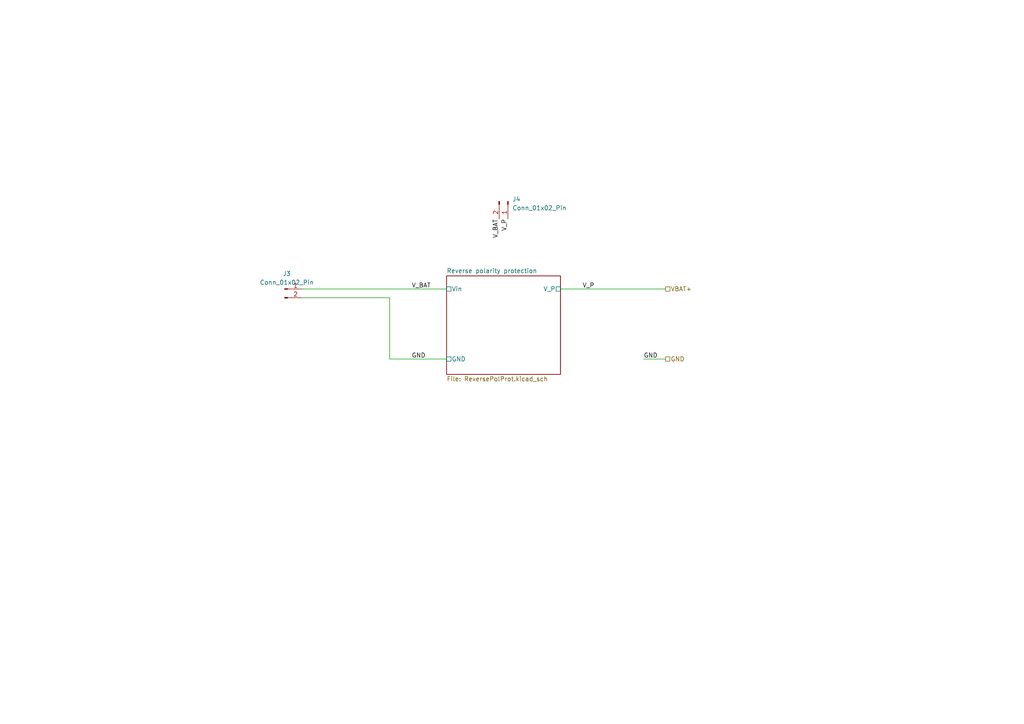
<source format=kicad_sch>
(kicad_sch (version 20230121) (generator eeschema)

  (uuid 276e9270-1ac9-4e3f-b1d9-0cbd51ddd27f)

  (paper "A4")

  (title_block
    (rev "0.1")
    (company "Németh Péter Bence")
    (comment 1 "Kandó Kálmán Villamosmérnöki Kar")
    (comment 2 "Óbudai Egyetem")
  )

  (lib_symbols
    (symbol "Connector:Conn_01x02_Pin" (pin_names (offset 1.016) hide) (in_bom yes) (on_board yes)
      (property "Reference" "J" (at 0 2.54 0)
        (effects (font (size 1.27 1.27)))
      )
      (property "Value" "Conn_01x02_Pin" (at 0 -5.08 0)
        (effects (font (size 1.27 1.27)))
      )
      (property "Footprint" "" (at 0 0 0)
        (effects (font (size 1.27 1.27)) hide)
      )
      (property "Datasheet" "~" (at 0 0 0)
        (effects (font (size 1.27 1.27)) hide)
      )
      (property "ki_locked" "" (at 0 0 0)
        (effects (font (size 1.27 1.27)))
      )
      (property "ki_keywords" "connector" (at 0 0 0)
        (effects (font (size 1.27 1.27)) hide)
      )
      (property "ki_description" "Generic connector, single row, 01x02, script generated" (at 0 0 0)
        (effects (font (size 1.27 1.27)) hide)
      )
      (property "ki_fp_filters" "Connector*:*_1x??_*" (at 0 0 0)
        (effects (font (size 1.27 1.27)) hide)
      )
      (symbol "Conn_01x02_Pin_1_1"
        (polyline
          (pts
            (xy 1.27 -2.54)
            (xy 0.8636 -2.54)
          )
          (stroke (width 0.1524) (type default))
          (fill (type none))
        )
        (polyline
          (pts
            (xy 1.27 0)
            (xy 0.8636 0)
          )
          (stroke (width 0.1524) (type default))
          (fill (type none))
        )
        (rectangle (start 0.8636 -2.413) (end 0 -2.667)
          (stroke (width 0.1524) (type default))
          (fill (type outline))
        )
        (rectangle (start 0.8636 0.127) (end 0 -0.127)
          (stroke (width 0.1524) (type default))
          (fill (type outline))
        )
        (pin passive line (at 5.08 0 180) (length 3.81)
          (name "Pin_1" (effects (font (size 1.27 1.27))))
          (number "1" (effects (font (size 1.27 1.27))))
        )
        (pin passive line (at 5.08 -2.54 180) (length 3.81)
          (name "Pin_2" (effects (font (size 1.27 1.27))))
          (number "2" (effects (font (size 1.27 1.27))))
        )
      )
    )
  )


  (wire (pts (xy 113.03 86.36) (xy 113.03 104.14))
    (stroke (width 0) (type default))
    (uuid 05b0bd03-d48d-4a36-a1c8-0e406da20b77)
  )
  (wire (pts (xy 87.63 86.36) (xy 113.03 86.36))
    (stroke (width 0) (type default))
    (uuid 2438e8d9-3e50-436e-9817-3cac7c9840ca)
  )
  (wire (pts (xy 113.03 104.14) (xy 129.54 104.14))
    (stroke (width 0) (type default))
    (uuid 580577f2-bd6e-494f-9c5e-d77ed784c76b)
  )
  (wire (pts (xy 162.56 83.82) (xy 193.04 83.82))
    (stroke (width 0) (type default))
    (uuid 58c83def-2d8b-4cb2-9fbb-75e8fabb735e)
  )
  (wire (pts (xy 186.69 104.14) (xy 193.04 104.14))
    (stroke (width 0) (type default))
    (uuid 7d51a11f-3393-4cbb-b908-4fc87886bf59)
  )
  (wire (pts (xy 87.63 83.82) (xy 129.54 83.82))
    (stroke (width 0) (type default))
    (uuid c324e3c3-48ff-41bc-a400-f3e351364abd)
  )

  (label "GND" (at 186.69 104.14 0) (fields_autoplaced)
    (effects (font (size 1.27 1.27)) (justify left bottom))
    (uuid 1ce961a4-2d92-4807-8e00-65d2af331e9d)
  )
  (label "V_P" (at 147.32 63.5 270) (fields_autoplaced)
    (effects (font (size 1.27 1.27)) (justify right bottom))
    (uuid 49268fd3-72ae-4b43-bf1b-bfdda4a2bd0e)
  )
  (label "V_BAT" (at 119.38 83.82 0) (fields_autoplaced)
    (effects (font (size 1.27 1.27)) (justify left bottom))
    (uuid ad86ba58-90ba-454f-b8cc-2c44542c4c23)
  )
  (label "V_BAT" (at 144.78 63.5 270) (fields_autoplaced)
    (effects (font (size 1.27 1.27)) (justify right bottom))
    (uuid be974c5c-0cd6-4e34-add1-0fcac6ba73aa)
  )
  (label "GND" (at 119.38 104.14 0) (fields_autoplaced)
    (effects (font (size 1.27 1.27)) (justify left bottom))
    (uuid d74148dc-1693-432f-81b5-f7763dfb7709)
  )
  (label "V_P" (at 168.91 83.82 0) (fields_autoplaced)
    (effects (font (size 1.27 1.27)) (justify left bottom))
    (uuid ee30d09d-d9a1-460a-91cf-95cc57c8072d)
  )

  (hierarchical_label "GND" (shape passive) (at 193.04 104.14 0) (fields_autoplaced)
    (effects (font (size 1.27 1.27)) (justify left))
    (uuid 017edbf7-00db-47cd-b744-61143836bf5d)
  )
  (hierarchical_label "VBAT+" (shape passive) (at 193.04 83.82 0) (fields_autoplaced)
    (effects (font (size 1.27 1.27)) (justify left))
    (uuid 59486369-66ad-4d8d-8422-6ac952bb4131)
  )

  (symbol (lib_id "Connector:Conn_01x02_Pin") (at 82.55 83.82 0) (unit 1)
    (in_bom yes) (on_board yes) (dnp no) (fields_autoplaced)
    (uuid 1b8efae1-8ca2-4633-8af0-a9332bae0544)
    (property "Reference" "J3" (at 83.185 79.375 0)
      (effects (font (size 1.27 1.27)))
    )
    (property "Value" "Conn_01x02_Pin" (at 83.185 81.915 0)
      (effects (font (size 1.27 1.27)))
    )
    (property "Footprint" "" (at 82.55 83.82 0)
      (effects (font (size 1.27 1.27)) hide)
    )
    (property "Datasheet" "~" (at 82.55 83.82 0)
      (effects (font (size 1.27 1.27)) hide)
    )
    (pin "1" (uuid 4838b0f3-ac8a-45b3-9916-b22580c5ea5d))
    (pin "2" (uuid d7cb3bec-68b6-4876-ad52-551d83de2e12))
    (instances
      (project "NB_IoT_Wheather"
        (path "/b43fc418-fc2e-45fe-88c6-05be9d7ccc47/73f4baef-1896-4ffb-a32f-9190ee2787da"
          (reference "J3") (unit 1)
        )
      )
    )
  )

  (symbol (lib_id "Connector:Conn_01x02_Pin") (at 147.32 58.42 270) (unit 1)
    (in_bom yes) (on_board yes) (dnp no) (fields_autoplaced)
    (uuid c7a7e980-8780-46bf-9916-310efe54e77d)
    (property "Reference" "J4" (at 148.59 57.785 90)
      (effects (font (size 1.27 1.27)) (justify left))
    )
    (property "Value" "Conn_01x02_Pin" (at 148.59 60.325 90)
      (effects (font (size 1.27 1.27)) (justify left))
    )
    (property "Footprint" "" (at 147.32 58.42 0)
      (effects (font (size 1.27 1.27)) hide)
    )
    (property "Datasheet" "~" (at 147.32 58.42 0)
      (effects (font (size 1.27 1.27)) hide)
    )
    (pin "1" (uuid 1ff5349c-d913-4a4b-97bd-ba6a02772b69))
    (pin "2" (uuid 682eb253-e65f-45d3-b94d-5c317ca4f2b4))
    (instances
      (project "NB_IoT_Wheather"
        (path "/b43fc418-fc2e-45fe-88c6-05be9d7ccc47/73f4baef-1896-4ffb-a32f-9190ee2787da"
          (reference "J4") (unit 1)
        )
      )
    )
  )

  (sheet (at 129.54 80.01) (size 33.02 28.575) (fields_autoplaced)
    (stroke (width 0.1524) (type solid))
    (fill (color 0 0 0 0.0000))
    (uuid d723f924-71e0-4418-8c36-b2493d418bc2)
    (property "Sheetname" "Reverse polarity protection" (at 129.54 79.2984 0)
      (effects (font (size 1.27 1.27)) (justify left bottom))
    )
    (property "Sheetfile" "ReversePolProt.kicad_sch" (at 129.54 109.1696 0)
      (effects (font (size 1.27 1.27)) (justify left top))
    )
    (pin "V_P" passive (at 162.56 83.82 0)
      (effects (font (size 1.27 1.27)) (justify right))
      (uuid af7bdf80-5a9e-4bad-951e-c43e32d482f3)
    )
    (pin "Vin" passive (at 129.54 83.82 180)
      (effects (font (size 1.27 1.27)) (justify left))
      (uuid 01adc9f7-eb20-4014-8ff6-84786c9966e8)
    )
    (pin "GND" passive (at 129.54 104.14 180)
      (effects (font (size 1.27 1.27)) (justify left))
      (uuid 1bf70966-2de1-44e6-808d-d3e0f5b4dac6)
    )
    (instances
      (project "NB_IoT_Wheather"
        (path "/b43fc418-fc2e-45fe-88c6-05be9d7ccc47/73f4baef-1896-4ffb-a32f-9190ee2787da" (page "13"))
      )
    )
  )
)

</source>
